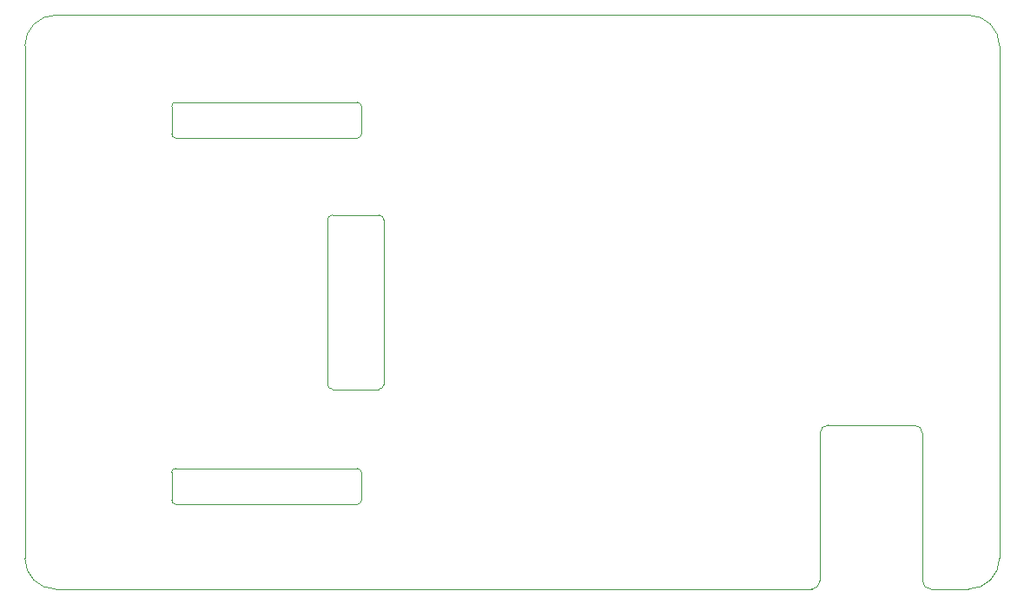
<source format=gbr>
G04 #@! TF.GenerationSoftware,KiCad,Pcbnew,9.0.2-1.fc42*
G04 #@! TF.CreationDate,2025-05-23T23:35:31-05:00*
G04 #@! TF.ProjectId,cerebellum,63657265-6265-46c6-9c75-6d2e6b696361,rev?*
G04 #@! TF.SameCoordinates,Original*
G04 #@! TF.FileFunction,Profile,NP*
%FSLAX46Y46*%
G04 Gerber Fmt 4.6, Leading zero omitted, Abs format (unit mm)*
G04 Created by KiCad (PCBNEW 9.0.2-1.fc42) date 2025-05-23 23:35:31*
%MOMM*%
%LPD*%
G01*
G04 APERTURE LIST*
G04 #@! TA.AperFunction,Profile*
%ADD10C,0.100000*%
G04 #@! TD*
G04 #@! TA.AperFunction,Profile*
%ADD11C,0.050000*%
G04 #@! TD*
G04 APERTURE END LIST*
D10*
X158300000Y-100000000D02*
G75*
G02*
X157500000Y-99200000I0J800000D01*
G01*
D11*
X84300000Y-88625000D02*
G75*
G02*
X84700000Y-88225000I400000J0D01*
G01*
X102400000Y-91725000D02*
X84700000Y-91725000D01*
X84700000Y-88225000D02*
X102400000Y-88225000D01*
D10*
X162000000Y-44000000D02*
G75*
G02*
X165000000Y-47000000I0J-3000000D01*
G01*
X165000000Y-97000000D02*
X165000000Y-47000000D01*
X146700000Y-100000000D02*
X73000000Y-100000000D01*
X156700000Y-84000000D02*
G75*
G02*
X157500000Y-84800000I0J-800000D01*
G01*
X147500000Y-99200000D02*
G75*
G02*
X146700000Y-100000000I-800000J0D01*
G01*
X70000000Y-47000000D02*
X70000000Y-97000000D01*
D11*
X102800000Y-91325000D02*
G75*
G02*
X102400000Y-91725000I-400000J0D01*
G01*
X102800000Y-52900000D02*
X102800000Y-55600000D01*
D10*
X100000000Y-80500000D02*
G75*
G02*
X99500000Y-80000000I0J500000D01*
G01*
X147500000Y-84800000D02*
X147500000Y-99200000D01*
X99500000Y-64000000D02*
X99500000Y-80000000D01*
D11*
X84300000Y-55600000D02*
X84300000Y-52900000D01*
X102400000Y-88225000D02*
G75*
G02*
X102800000Y-88625000I0J-400000D01*
G01*
D10*
X162000000Y-100000000D02*
X158300000Y-100000000D01*
X157500000Y-99200000D02*
X157500000Y-84800000D01*
X104500000Y-80500000D02*
X100000000Y-80500000D01*
D11*
X84700000Y-56000000D02*
G75*
G02*
X84300000Y-55600000I0J400000D01*
G01*
X102800000Y-88625000D02*
X102800000Y-91325000D01*
D10*
X70000000Y-47000000D02*
G75*
G02*
X73000000Y-44000000I3000000J0D01*
G01*
D11*
X84700000Y-91725000D02*
G75*
G02*
X84300000Y-91325000I0J400000D01*
G01*
D10*
X165000000Y-97000000D02*
G75*
G02*
X162000000Y-100000000I-3000000J0D01*
G01*
X105000000Y-64000000D02*
X105000000Y-80000000D01*
X99500000Y-64000000D02*
G75*
G02*
X100000000Y-63500000I500000J0D01*
G01*
X147500000Y-84800000D02*
G75*
G02*
X148300000Y-84000000I800000J0D01*
G01*
X73000000Y-100000000D02*
G75*
G02*
X70000000Y-97000000I0J3000000D01*
G01*
D11*
X102400000Y-52500000D02*
G75*
G02*
X102800000Y-52900000I0J-400000D01*
G01*
X84300000Y-52900000D02*
G75*
G02*
X84700000Y-52500000I400000J0D01*
G01*
D10*
X100000000Y-63500000D02*
X104500000Y-63500000D01*
D11*
X84300000Y-91325000D02*
X84300000Y-88625000D01*
D10*
X156700000Y-84000000D02*
X148300000Y-84000000D01*
X105000000Y-80000000D02*
G75*
G02*
X104500000Y-80500000I-500000J0D01*
G01*
D11*
X102400000Y-56000000D02*
X84700000Y-56000000D01*
X84700000Y-52500000D02*
X102400000Y-52500000D01*
D10*
X104500000Y-63500000D02*
G75*
G02*
X105000000Y-64000000I0J-500000D01*
G01*
D11*
X102800000Y-55600000D02*
G75*
G02*
X102400000Y-56000000I-400000J0D01*
G01*
D10*
X162000000Y-44000000D02*
X73000000Y-44000000D01*
M02*

</source>
